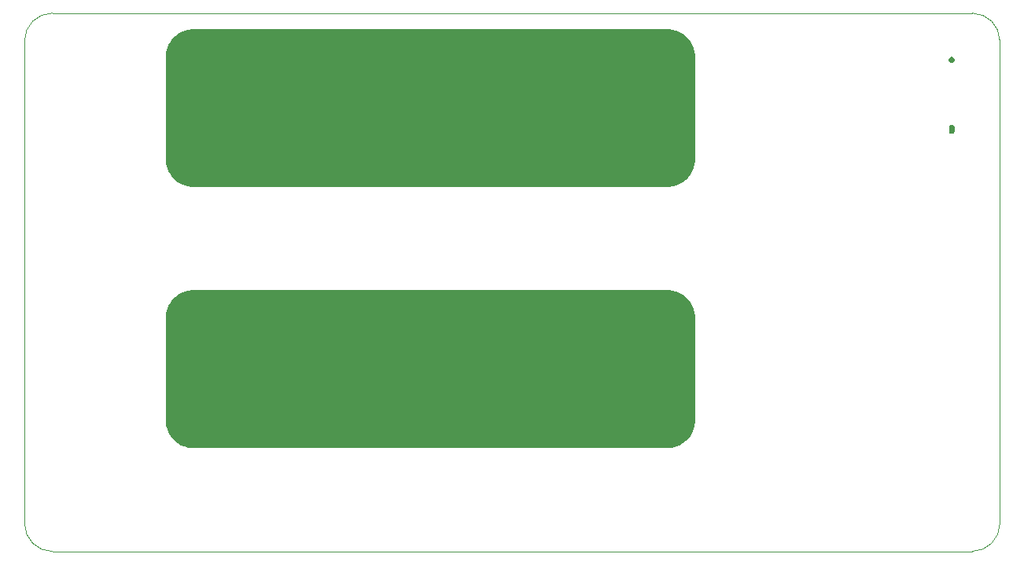
<source format=gbr>
%TF.GenerationSoftware,Altium Limited,Altium Designer,24.0.1 (36)*%
G04 Layer_Color=0*
%FSLAX45Y45*%
%MOMM*%
%TF.SameCoordinates,B6A243B4-E260-46CF-AFF0-E69CB888832F*%
%TF.FilePolarity,Positive*%
%TF.FileFunction,Profile,NP*%
%TF.Part,Single*%
G01*
G75*
%TA.AperFunction,Profile*%
%ADD123C,0.02540*%
G36*
X1820635Y7024700D02*
X1800974Y7024707D01*
X1761990Y7029852D01*
X1724010Y7040038D01*
X1687684Y7055093D01*
X1653632Y7074758D01*
X1622437Y7098698D01*
X1594633Y7126502D01*
X1570693Y7157697D01*
X1551028Y7191749D01*
X1535973Y7228075D01*
X1525787Y7266055D01*
X1520642Y7305039D01*
X1520635Y7324700D01*
Y7324700D01*
X1520635Y8425800D01*
X1520642Y8445461D01*
X1525786Y8484445D01*
X1535973Y8522425D01*
X1551028Y8558751D01*
X1570693Y8592802D01*
X1594632Y8623997D01*
X1622437Y8651802D01*
X1653632Y8675742D01*
X1687684Y8695407D01*
X1724010Y8710462D01*
X1761990Y8720648D01*
X1800974Y8725793D01*
X1820635Y8725800D01*
X1820635Y8725800D01*
X6920635Y8725800D01*
X6940299Y8725804D01*
X6979292Y8720678D01*
X7017281Y8710504D01*
X7053618Y8695457D01*
X7087678Y8675795D01*
X7118880Y8651855D01*
X7146690Y8624045D01*
X7170630Y8592843D01*
X7190292Y8558783D01*
X7205339Y8522447D01*
X7215512Y8484457D01*
X7220639Y8445464D01*
X7220635Y8425800D01*
X7220635Y8425800D01*
X7220635Y7324700D01*
X7220639Y7305036D01*
X7215512Y7266043D01*
X7205338Y7228053D01*
X7190292Y7191717D01*
X7170630Y7157657D01*
X7146689Y7126454D01*
X7118880Y7098645D01*
X7087678Y7074705D01*
X7053617Y7055043D01*
X7017281Y7039996D01*
X6979292Y7029823D01*
X6940299Y7024696D01*
X6920635Y7024700D01*
D01*
X1820635Y7024700D01*
D02*
G37*
G36*
Y4211200D02*
X1800974Y4211207D01*
X1761990Y4216351D01*
X1724010Y4226538D01*
X1687684Y4241593D01*
X1653632Y4261258D01*
X1622437Y4285197D01*
X1594633Y4313002D01*
X1570693Y4344197D01*
X1551028Y4378249D01*
X1535973Y4414575D01*
X1525787Y4452554D01*
X1520642Y4491539D01*
X1520635Y4511200D01*
Y4511200D01*
X1520635Y5612300D01*
X1520642Y5631961D01*
X1525786Y5670945D01*
X1535973Y5708925D01*
X1551028Y5745251D01*
X1570693Y5779302D01*
X1594632Y5810497D01*
X1622437Y5838302D01*
X1653632Y5862242D01*
X1687684Y5881907D01*
X1724010Y5896962D01*
X1761990Y5907148D01*
X1800974Y5912292D01*
X1820635Y5912300D01*
X1820635Y5912300D01*
X6920635Y5912300D01*
X6940299Y5912304D01*
X6979292Y5907177D01*
X7017281Y5897004D01*
X7053618Y5881957D01*
X7087678Y5862295D01*
X7118880Y5838355D01*
X7146690Y5810545D01*
X7170630Y5779343D01*
X7190292Y5745283D01*
X7205339Y5708946D01*
X7215512Y5670957D01*
X7220639Y5631964D01*
X7220635Y5612300D01*
X7220635Y5612300D01*
X7220635Y4511200D01*
X7220639Y4491536D01*
X7215512Y4452543D01*
X7205338Y4414553D01*
X7190292Y4378217D01*
X7170630Y4344156D01*
X7146689Y4312954D01*
X7118880Y4285145D01*
X7087678Y4261205D01*
X7053617Y4241543D01*
X7017281Y4226496D01*
X6979292Y4216323D01*
X6940299Y4211196D01*
X6920635Y4211200D01*
D01*
X1820635Y4211200D01*
D02*
G37*
G36*
X9982205Y7596903D02*
X9976616Y7596903D01*
X9966236Y7601052D01*
X9958138Y7608756D01*
X9953478Y7618916D01*
X9953201Y7624498D01*
D01*
X9953210Y7665720D01*
X9953252Y7671461D01*
X9957703Y7682046D01*
X9965852Y7690136D01*
X9976468Y7694511D01*
X9982210D01*
X9987951D01*
X9998568Y7690136D01*
X10006716Y7682046D01*
X10011168Y7671461D01*
X10011209Y7665720D01*
D01*
X10011199Y7624321D01*
X10010888Y7618764D01*
X10006201Y7608667D01*
X9998113Y7601019D01*
X9987770Y7596903D01*
X9982204D01*
X9982205Y7596903D01*
Y7596903D01*
D02*
G37*
G36*
X9982212Y8363326D02*
X9975648D01*
X9963520Y8368350D01*
X9954237Y8377633D01*
X9949213Y8389762D01*
Y8402890D01*
X9954237Y8415018D01*
X9963520Y8424301D01*
X9975648Y8429325D01*
X9982212D01*
X9988776D01*
X10000905Y8424301D01*
X10010188Y8415018D01*
X10015212Y8402890D01*
Y8389762D01*
X10010188Y8377633D01*
X10000905Y8368350D01*
X9988776Y8363326D01*
X9982212D01*
D01*
D01*
D02*
G37*
D123*
X300635Y3097999D02*
G02*
X635Y3397999I109J300109D01*
G01*
X634Y8598000D01*
D02*
G02*
X300635Y8898000I299939J61D01*
G01*
X10200635D01*
D02*
G02*
X10500635Y8598000I232J-299768D01*
G01*
Y3398020D01*
D02*
G02*
X10200635Y3098020I-299939J-62D01*
G01*
X300635Y3097999D01*
%TF.MD5,bc70bff35bd5f7aee2f200d31b2b173d*%
M02*

</source>
